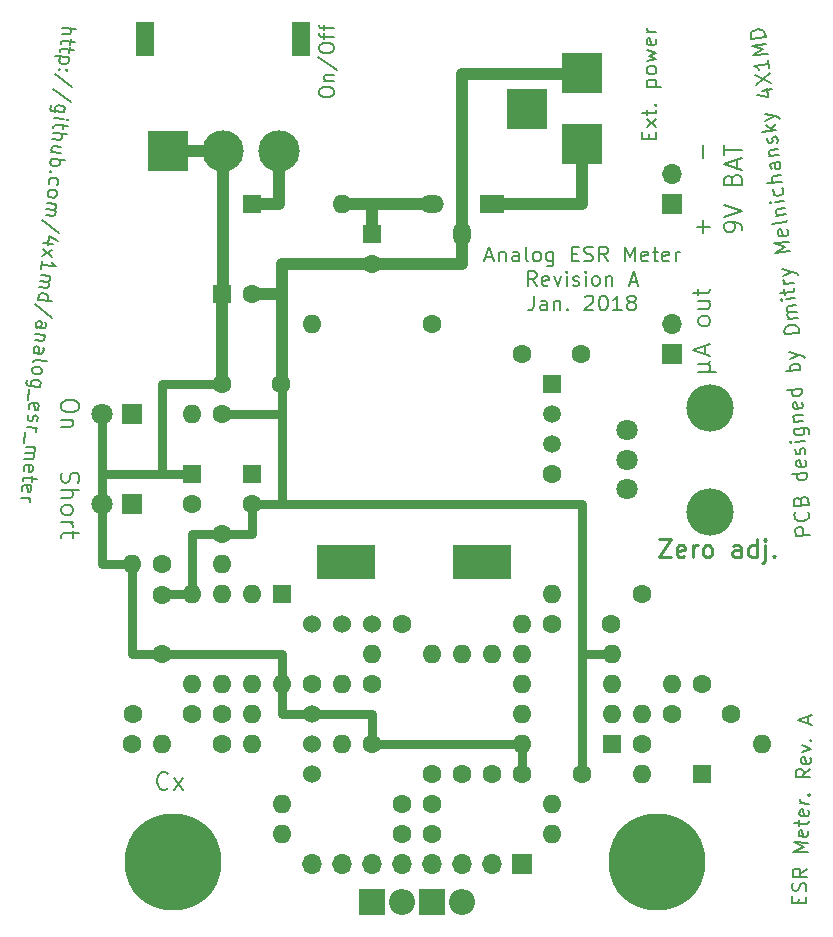
<source format=gbr>
G04 #@! TF.FileFunction,Copper,L1,Top,Signal*
%FSLAX46Y46*%
G04 Gerber Fmt 4.6, Leading zero omitted, Abs format (unit mm)*
G04 Created by KiCad (PCBNEW 4.0.7-e2-6376~58~ubuntu16.04.1) date Mon Jan 29 21:47:01 2018*
%MOMM*%
%LPD*%
G01*
G04 APERTURE LIST*
%ADD10C,0.100000*%
%ADD11C,0.250000*%
%ADD12C,0.200000*%
%ADD13C,1.600000*%
%ADD14O,1.600000X1.600000*%
%ADD15C,1.524000*%
%ADD16C,1.800000*%
%ADD17O,4.000000X4.000000*%
%ADD18R,1.600000X1.600000*%
%ADD19R,1.700000X1.700000*%
%ADD20O,1.700000X1.700000*%
%ADD21O,1.500000X2.000000*%
%ADD22R,2.000000X1.500000*%
%ADD23O,2.000000X1.500000*%
%ADD24C,1.520000*%
%ADD25R,1.520000X1.520000*%
%ADD26C,8.200000*%
%ADD27R,1.600000X2.850000*%
%ADD28R,3.500000X3.500000*%
%ADD29C,3.500000*%
%ADD30R,1.800000X1.800000*%
%ADD31R,5.000000X3.000000*%
%ADD32R,2.200000X2.200000*%
%ADD33O,2.200000X2.200000*%
%ADD34C,0.600000*%
%ADD35C,1.000000*%
%ADD36C,0.750000*%
%ADD37C,0.500000*%
G04 APERTURE END LIST*
D10*
D11*
X174141429Y-91888571D02*
X175141429Y-91888571D01*
X174141429Y-93388571D01*
X175141429Y-93388571D01*
X176284285Y-93317143D02*
X176141428Y-93388571D01*
X175855714Y-93388571D01*
X175712857Y-93317143D01*
X175641428Y-93174286D01*
X175641428Y-92602857D01*
X175712857Y-92460000D01*
X175855714Y-92388571D01*
X176141428Y-92388571D01*
X176284285Y-92460000D01*
X176355714Y-92602857D01*
X176355714Y-92745714D01*
X175641428Y-92888571D01*
X176998571Y-93388571D02*
X176998571Y-92388571D01*
X176998571Y-92674286D02*
X177069999Y-92531429D01*
X177141428Y-92460000D01*
X177284285Y-92388571D01*
X177427142Y-92388571D01*
X178141428Y-93388571D02*
X177998570Y-93317143D01*
X177927142Y-93245714D01*
X177855713Y-93102857D01*
X177855713Y-92674286D01*
X177927142Y-92531429D01*
X177998570Y-92460000D01*
X178141428Y-92388571D01*
X178355713Y-92388571D01*
X178498570Y-92460000D01*
X178569999Y-92531429D01*
X178641428Y-92674286D01*
X178641428Y-93102857D01*
X178569999Y-93245714D01*
X178498570Y-93317143D01*
X178355713Y-93388571D01*
X178141428Y-93388571D01*
X181069999Y-93388571D02*
X181069999Y-92602857D01*
X180998570Y-92460000D01*
X180855713Y-92388571D01*
X180569999Y-92388571D01*
X180427142Y-92460000D01*
X181069999Y-93317143D02*
X180927142Y-93388571D01*
X180569999Y-93388571D01*
X180427142Y-93317143D01*
X180355713Y-93174286D01*
X180355713Y-93031429D01*
X180427142Y-92888571D01*
X180569999Y-92817143D01*
X180927142Y-92817143D01*
X181069999Y-92745714D01*
X182427142Y-93388571D02*
X182427142Y-91888571D01*
X182427142Y-93317143D02*
X182284285Y-93388571D01*
X181998571Y-93388571D01*
X181855713Y-93317143D01*
X181784285Y-93245714D01*
X181712856Y-93102857D01*
X181712856Y-92674286D01*
X181784285Y-92531429D01*
X181855713Y-92460000D01*
X181998571Y-92388571D01*
X182284285Y-92388571D01*
X182427142Y-92460000D01*
X183141428Y-92388571D02*
X183141428Y-93674286D01*
X183069999Y-93817143D01*
X182927142Y-93888571D01*
X182855714Y-93888571D01*
X183141428Y-91888571D02*
X183069999Y-91960000D01*
X183141428Y-92031429D01*
X183212856Y-91960000D01*
X183141428Y-91888571D01*
X183141428Y-92031429D01*
X183855714Y-93245714D02*
X183927142Y-93317143D01*
X183855714Y-93388571D01*
X183784285Y-93317143D01*
X183855714Y-93245714D01*
X183855714Y-93388571D01*
D12*
X177907143Y-65976428D02*
X177907143Y-64833571D01*
X178478571Y-65405000D02*
X177335714Y-65405000D01*
X177907143Y-59626428D02*
X177907143Y-58483571D01*
X186024049Y-74364622D02*
X184782084Y-74506126D01*
X184748393Y-74210420D01*
X184787319Y-74026258D01*
X184892126Y-73894499D01*
X185003669Y-73821882D01*
X185233495Y-73735787D01*
X185410919Y-73715572D01*
X185654222Y-73747760D01*
X185779243Y-73793425D01*
X185911001Y-73898230D01*
X185990358Y-74068916D01*
X186024049Y-74364622D01*
X185882545Y-73122657D02*
X185054569Y-73216993D01*
X185172851Y-73203517D02*
X185106972Y-73151114D01*
X185034354Y-73039570D01*
X185014139Y-72862146D01*
X185059804Y-72737125D01*
X185171347Y-72664508D01*
X185821901Y-72590387D01*
X185171347Y-72664508D02*
X185046327Y-72618843D01*
X184973709Y-72507299D01*
X184953495Y-72329876D01*
X184999159Y-72204855D01*
X185110703Y-72132237D01*
X185761256Y-72058116D01*
X185693873Y-71466704D02*
X184865897Y-71561040D01*
X184451908Y-71608208D02*
X184517788Y-71660611D01*
X184570191Y-71594731D01*
X184504311Y-71542328D01*
X184451908Y-71608208D01*
X184570191Y-71594731D01*
X184818729Y-71147051D02*
X184764823Y-70673922D01*
X184384525Y-71016796D02*
X185449067Y-70895507D01*
X185560611Y-70822889D01*
X185606275Y-70697869D01*
X185592799Y-70579586D01*
X185545631Y-70165598D02*
X184717655Y-70259934D01*
X184954219Y-70232981D02*
X184829198Y-70187316D01*
X184763319Y-70134913D01*
X184690701Y-70023369D01*
X184677225Y-69905086D01*
X184643533Y-69609381D02*
X185437818Y-69219339D01*
X184576150Y-69017968D02*
X185437818Y-69219339D01*
X185747001Y-69303929D01*
X185812880Y-69356332D01*
X185885498Y-69467877D01*
X185242408Y-67504244D02*
X184000443Y-67645748D01*
X184840393Y-67130685D01*
X183906107Y-66817772D01*
X185148072Y-66676268D01*
X184967641Y-65618464D02*
X185040259Y-65730009D01*
X185067212Y-65966573D01*
X185021548Y-66091594D01*
X184910004Y-66164212D01*
X184436874Y-66218119D01*
X184311854Y-66172454D01*
X184239236Y-66060909D01*
X184212283Y-65824345D01*
X184257948Y-65699324D01*
X184369491Y-65626707D01*
X184487774Y-65613230D01*
X184673440Y-66191165D01*
X184939185Y-64842891D02*
X184893520Y-64967911D01*
X184781977Y-65040529D01*
X183717435Y-65161818D01*
X184057302Y-64464097D02*
X184885279Y-64369761D01*
X184175584Y-64450621D02*
X184109705Y-64398217D01*
X184037088Y-64286674D01*
X184016873Y-64109250D01*
X184062537Y-63984229D01*
X184174081Y-63911612D01*
X184824634Y-63837491D01*
X184757251Y-63246079D02*
X183929275Y-63340415D01*
X183515286Y-63387583D02*
X183581166Y-63439986D01*
X183633569Y-63374107D01*
X183567689Y-63321703D01*
X183515286Y-63387583D01*
X183633569Y-63374107D01*
X184570082Y-62129135D02*
X184642700Y-62240679D01*
X184669654Y-62477244D01*
X184623989Y-62602264D01*
X184571587Y-62668144D01*
X184460042Y-62740762D01*
X184105195Y-62781192D01*
X183980174Y-62735527D01*
X183914295Y-62683124D01*
X183841677Y-62571580D01*
X183814724Y-62335015D01*
X183860389Y-62209995D01*
X184568579Y-61590126D02*
X183326614Y-61731630D01*
X184507935Y-61057855D02*
X183857381Y-61131976D01*
X183745838Y-61204593D01*
X183700173Y-61329614D01*
X183720388Y-61507039D01*
X183793006Y-61618582D01*
X183858885Y-61670985D01*
X184379907Y-59934173D02*
X183729354Y-60008294D01*
X183617811Y-60080911D01*
X183572146Y-60205932D01*
X183599099Y-60442497D01*
X183671717Y-60554041D01*
X184320766Y-59940912D02*
X184393384Y-60052455D01*
X184427075Y-60348161D01*
X184381410Y-60473182D01*
X184269867Y-60545800D01*
X184151584Y-60559276D01*
X184026564Y-60513612D01*
X183953946Y-60402067D01*
X183920255Y-60106361D01*
X183847637Y-59994818D01*
X183484548Y-59437098D02*
X184312524Y-59342762D01*
X183602830Y-59423621D02*
X183536951Y-59371218D01*
X183464333Y-59259674D01*
X183444118Y-59082250D01*
X183489783Y-58957229D01*
X183601327Y-58884612D01*
X184251880Y-58810491D01*
X184132094Y-58284959D02*
X184177759Y-58159938D01*
X184150805Y-57923374D01*
X184078188Y-57811829D01*
X183953167Y-57766164D01*
X183894026Y-57772903D01*
X183782482Y-57845521D01*
X183736818Y-57970542D01*
X183757033Y-58147965D01*
X183711368Y-58272986D01*
X183599824Y-58345604D01*
X183540682Y-58352342D01*
X183415662Y-58306677D01*
X183343044Y-58195133D01*
X183322829Y-58017710D01*
X183368494Y-57892689D01*
X184069946Y-57213679D02*
X182827981Y-57355183D01*
X183583340Y-57149303D02*
X184016040Y-56740549D01*
X183188063Y-56834885D02*
X183715099Y-57254109D01*
X183140896Y-56420898D02*
X183935180Y-56030856D01*
X183073513Y-55829485D02*
X183935180Y-56030856D01*
X184244363Y-56115446D01*
X184310242Y-56167849D01*
X184382860Y-56279393D01*
X182851149Y-53877826D02*
X183679125Y-53783491D01*
X182411711Y-54227439D02*
X183332521Y-54422070D01*
X183244923Y-53653234D01*
X182376516Y-53392724D02*
X183524145Y-52423243D01*
X182282180Y-52564747D02*
X183618481Y-53251220D01*
X183396117Y-51299561D02*
X183476977Y-52009255D01*
X183436547Y-51654408D02*
X182194582Y-51795912D01*
X182385483Y-51893980D01*
X182517241Y-51998785D01*
X182589859Y-52110330D01*
X183335473Y-50767291D02*
X182093508Y-50908795D01*
X182933458Y-50393732D01*
X181999172Y-50080818D01*
X183241137Y-49939314D01*
X183173754Y-49347903D02*
X181931789Y-49489407D01*
X181898098Y-49193701D01*
X181937024Y-49009538D01*
X182041830Y-48877780D01*
X182153374Y-48805162D01*
X182383200Y-48719068D01*
X182560624Y-48698853D01*
X182803927Y-48731041D01*
X182928948Y-48776706D01*
X183060706Y-48881511D01*
X183140063Y-49052197D01*
X183173754Y-49347903D01*
X185939131Y-122685919D02*
X185953091Y-122286163D01*
X186587261Y-122136775D02*
X186567319Y-122707856D01*
X185368050Y-122665976D01*
X185387992Y-122094895D01*
X186546107Y-121677917D02*
X186609198Y-121508587D01*
X186619170Y-121223047D01*
X186566050Y-121106836D01*
X186510936Y-121047734D01*
X186398715Y-120986637D01*
X186284498Y-120982648D01*
X186168288Y-121035768D01*
X186109185Y-121090882D01*
X186048090Y-121203104D01*
X185983004Y-121429542D01*
X185921908Y-121541764D01*
X185862805Y-121596878D01*
X185746595Y-121649997D01*
X185632379Y-121646009D01*
X185520157Y-121584912D01*
X185465043Y-121525810D01*
X185411924Y-121409599D01*
X185421895Y-121124059D01*
X185484986Y-120954729D01*
X186669026Y-119795345D02*
X186083986Y-120175159D01*
X186645095Y-120480642D02*
X185445826Y-120438763D01*
X185461780Y-119981898D01*
X185522877Y-119869676D01*
X185581979Y-119814562D01*
X185698190Y-119761443D01*
X185869513Y-119767425D01*
X185981735Y-119828522D01*
X186036849Y-119887625D01*
X186089969Y-120003835D01*
X186074015Y-120460700D01*
X186718882Y-118367644D02*
X185519613Y-118325765D01*
X186390194Y-117955922D01*
X185547533Y-117526252D01*
X186746802Y-117568132D01*
X186725590Y-116538192D02*
X186778710Y-116654403D01*
X186770733Y-116882834D01*
X186709636Y-116995056D01*
X186593427Y-117048176D01*
X186136562Y-117032222D01*
X186024340Y-116971125D01*
X185971220Y-116854915D01*
X185979197Y-116626483D01*
X186040294Y-116514261D01*
X186156505Y-116461141D01*
X186270720Y-116465130D01*
X186364994Y-117040199D01*
X185997146Y-116112510D02*
X186013100Y-115655646D01*
X185603372Y-115927227D02*
X186631318Y-115963123D01*
X186747527Y-115910004D01*
X186808624Y-115797782D01*
X186812612Y-115683565D01*
X186785418Y-114824951D02*
X186838538Y-114941162D01*
X186830561Y-115169594D01*
X186769464Y-115281816D01*
X186653254Y-115334935D01*
X186196390Y-115318981D01*
X186084168Y-115257885D01*
X186031048Y-115141674D01*
X186039025Y-114913242D01*
X186100122Y-114801020D01*
X186216332Y-114747900D01*
X186330548Y-114751889D01*
X186424822Y-115326958D01*
X186862469Y-114255866D02*
X186062956Y-114227946D01*
X186291389Y-114235923D02*
X186179167Y-114174826D01*
X186124053Y-114115724D01*
X186070933Y-113999513D01*
X186074922Y-113885298D01*
X186774178Y-113509473D02*
X186833280Y-113454359D01*
X186888394Y-113513461D01*
X186829292Y-113568575D01*
X186774178Y-113509473D01*
X186888394Y-113513461D01*
X186964176Y-111343354D02*
X186379136Y-111723168D01*
X186940245Y-112028651D02*
X185740976Y-111986772D01*
X185756930Y-111529907D01*
X185818027Y-111417685D01*
X185877129Y-111362571D01*
X185993340Y-111309451D01*
X186164663Y-111315434D01*
X186276885Y-111376531D01*
X186331999Y-111435633D01*
X186385119Y-111551844D01*
X186369165Y-112008709D01*
X186940970Y-110370523D02*
X186994090Y-110486734D01*
X186986113Y-110715166D01*
X186925016Y-110827388D01*
X186808806Y-110880508D01*
X186351942Y-110864554D01*
X186239720Y-110803457D01*
X186186600Y-110687246D01*
X186194577Y-110458814D01*
X186255674Y-110346592D01*
X186371885Y-110293473D01*
X186486100Y-110297461D01*
X186580374Y-110872531D01*
X186214520Y-109887733D02*
X187024004Y-109630113D01*
X186234462Y-109316654D01*
X186935713Y-108883720D02*
X186994815Y-108828606D01*
X187049929Y-108887709D01*
X186990827Y-108942823D01*
X186935713Y-108883720D01*
X187049929Y-108887709D01*
X186757137Y-107448041D02*
X186777080Y-106876960D01*
X187095797Y-107574222D02*
X185910488Y-107132587D01*
X187123717Y-106774710D01*
X123607304Y-48551869D02*
X124802737Y-48656456D01*
X123562481Y-49064198D02*
X124188660Y-49118982D01*
X124307491Y-49072017D01*
X124374378Y-48963146D01*
X124389318Y-48792371D01*
X124342354Y-48673539D01*
X124290408Y-48611633D01*
X124324574Y-49532401D02*
X124284732Y-49987804D01*
X124708111Y-49738039D02*
X123683453Y-49648393D01*
X123564623Y-49695358D01*
X123497737Y-49804229D01*
X123487776Y-49918080D01*
X124264810Y-50215505D02*
X124224968Y-50670909D01*
X124648347Y-50421143D02*
X123623689Y-50331497D01*
X123504859Y-50378462D01*
X123437973Y-50487333D01*
X123428012Y-50601184D01*
X124190105Y-51069386D02*
X122994672Y-50964799D01*
X124133180Y-51064405D02*
X124180145Y-51183237D01*
X124160224Y-51410938D01*
X124093337Y-51519809D01*
X124031431Y-51571754D01*
X123912600Y-51618719D01*
X123571048Y-51588837D01*
X123462178Y-51521951D01*
X123410233Y-51460045D01*
X123363268Y-51341214D01*
X123383189Y-51113512D01*
X123450075Y-51004642D01*
X123412375Y-52091204D02*
X123350469Y-52143150D01*
X123298524Y-52081244D01*
X123360429Y-52029299D01*
X123412375Y-52091204D01*
X123298524Y-52081244D01*
X124038554Y-52145988D02*
X123976648Y-52197933D01*
X123924703Y-52136027D01*
X123986609Y-52084082D01*
X124038554Y-52145988D01*
X123924703Y-52136027D01*
X124426374Y-53613947D02*
X122979034Y-52454821D01*
X124316807Y-54866306D02*
X122869467Y-53707180D01*
X123781719Y-55737270D02*
X122813986Y-55652605D01*
X122705116Y-55585718D01*
X122653171Y-55523813D01*
X122606206Y-55404982D01*
X122621147Y-55234205D01*
X122688033Y-55125335D01*
X123041688Y-55672526D02*
X122994723Y-55553695D01*
X123014645Y-55325993D01*
X123081531Y-55217123D01*
X123143437Y-55165177D01*
X123262267Y-55118212D01*
X123603820Y-55148094D01*
X123712690Y-55214981D01*
X123764636Y-55276886D01*
X123811600Y-55395718D01*
X123791679Y-55623419D01*
X123724793Y-55732290D01*
X122934960Y-56236799D02*
X123731915Y-56306524D01*
X124130393Y-56341386D02*
X124078448Y-56279480D01*
X124016542Y-56331425D01*
X124068487Y-56393331D01*
X124130393Y-56341386D01*
X124016542Y-56331425D01*
X123697053Y-56705003D02*
X123657210Y-57160406D01*
X124080590Y-56910641D02*
X123055932Y-56820995D01*
X122937101Y-56867960D01*
X122870215Y-56976830D01*
X122860254Y-57090681D01*
X122825392Y-57489158D02*
X124020826Y-57593745D01*
X122780569Y-58001487D02*
X123406748Y-58056271D01*
X123525580Y-58009306D01*
X123592466Y-57900435D01*
X123607407Y-57729660D01*
X123560442Y-57610828D01*
X123508497Y-57548922D01*
X123482899Y-59152794D02*
X122685943Y-59083070D01*
X123527722Y-58640466D02*
X122901542Y-58585682D01*
X122782711Y-58632647D01*
X122715825Y-58741518D01*
X122700884Y-58912293D01*
X122747849Y-59031125D01*
X122799794Y-59093031D01*
X122636140Y-59652323D02*
X123831574Y-59756910D01*
X123376170Y-59717068D02*
X123423135Y-59835899D01*
X123403214Y-60063600D01*
X123336327Y-60172471D01*
X123274422Y-60224416D01*
X123155590Y-60271381D01*
X122814038Y-60241499D01*
X122705168Y-60174613D01*
X122653223Y-60112707D01*
X122606258Y-59993876D01*
X122626179Y-59766175D01*
X122693065Y-59657304D01*
X122655365Y-60743867D02*
X122593459Y-60795812D01*
X122541514Y-60733906D01*
X122603420Y-60681961D01*
X122655365Y-60743867D01*
X122541514Y-60733906D01*
X122503813Y-61820470D02*
X122456848Y-61701638D01*
X122476769Y-61473937D01*
X122543656Y-61365066D01*
X122605561Y-61313121D01*
X122724392Y-61266156D01*
X123065944Y-61296038D01*
X123174815Y-61362924D01*
X123226760Y-61424830D01*
X123273725Y-61543662D01*
X123253804Y-61771363D01*
X123186918Y-61880234D01*
X122387123Y-62498594D02*
X122454010Y-62389723D01*
X122515916Y-62337778D01*
X122634746Y-62290813D01*
X122976298Y-62320695D01*
X123085169Y-62387581D01*
X123137114Y-62449487D01*
X123184079Y-62568319D01*
X123169138Y-62739094D01*
X123102252Y-62847965D01*
X123040346Y-62899910D01*
X122921515Y-62946875D01*
X122579962Y-62916993D01*
X122471093Y-62850107D01*
X122419147Y-62788201D01*
X122372183Y-62669370D01*
X122387123Y-62498594D01*
X122307438Y-63409400D02*
X123104394Y-63479125D01*
X122990543Y-63469164D02*
X123042488Y-63531070D01*
X123089453Y-63649901D01*
X123074512Y-63820677D01*
X123007626Y-63929548D01*
X122888794Y-63976513D01*
X122262615Y-63921729D01*
X122888794Y-63976513D02*
X122997665Y-64043399D01*
X123044630Y-64162230D01*
X123029689Y-64333006D01*
X122962803Y-64441877D01*
X122843971Y-64488842D01*
X122217792Y-64434058D01*
X123345643Y-65966760D02*
X121898303Y-64807634D01*
X122810555Y-66837724D02*
X122013599Y-66768000D01*
X123290860Y-66592940D02*
X122461880Y-66233607D01*
X122397136Y-66973639D01*
X121968776Y-67280329D02*
X122710948Y-67976232D01*
X122765732Y-67350053D02*
X121913992Y-67906508D01*
X121819366Y-68988091D02*
X121879130Y-68304986D01*
X121849248Y-68646539D02*
X123044682Y-68751126D01*
X122883866Y-68622334D01*
X122779976Y-68498522D01*
X122733011Y-68379691D01*
X121774543Y-69500419D02*
X122571499Y-69570144D01*
X122457648Y-69560183D02*
X122509593Y-69622089D01*
X122556558Y-69740921D01*
X122541617Y-69911696D01*
X122474731Y-70020567D01*
X122355899Y-70067532D01*
X121729720Y-70012748D01*
X122355899Y-70067532D02*
X122464770Y-70134418D01*
X122511735Y-70253250D01*
X122496794Y-70424025D01*
X122429908Y-70532896D01*
X122311076Y-70579861D01*
X121684897Y-70525077D01*
X121590271Y-71606660D02*
X122785705Y-71711247D01*
X121647197Y-71611640D02*
X121600232Y-71492809D01*
X121620153Y-71265107D01*
X121687039Y-71156237D01*
X121748945Y-71104292D01*
X121867775Y-71057327D01*
X122209328Y-71087209D01*
X122318199Y-71154095D01*
X122370144Y-71216001D01*
X122417109Y-71334832D01*
X122397187Y-71562533D01*
X122330301Y-71671404D01*
X122718122Y-73139362D02*
X121270782Y-71980236D01*
X121386078Y-73940602D02*
X122012257Y-73995385D01*
X122131088Y-73948420D01*
X122197974Y-73839549D01*
X122217896Y-73611848D01*
X122170931Y-73493017D01*
X121443003Y-73945582D02*
X121396038Y-73826750D01*
X121420940Y-73542124D01*
X121487826Y-73433253D01*
X121606656Y-73386288D01*
X121720508Y-73396249D01*
X121829378Y-73463135D01*
X121876343Y-73581966D01*
X121851442Y-73866593D01*
X121898406Y-73985425D01*
X122133230Y-74579580D02*
X121336274Y-74509855D01*
X122019379Y-74569619D02*
X122071324Y-74631525D01*
X122118289Y-74750356D01*
X122103348Y-74921132D01*
X122036462Y-75030003D01*
X121917630Y-75076968D01*
X121291451Y-75022184D01*
X121196825Y-76103767D02*
X121823004Y-76158550D01*
X121941836Y-76111585D01*
X122008722Y-76002715D01*
X122028643Y-75775013D01*
X121981678Y-75656182D01*
X121253751Y-76108747D02*
X121206786Y-75989915D01*
X121231687Y-75705289D01*
X121298574Y-75596418D01*
X121417404Y-75549453D01*
X121531255Y-75559414D01*
X121640126Y-75626300D01*
X121687091Y-75745131D01*
X121662189Y-76029758D01*
X121709154Y-76148590D01*
X121132081Y-76843797D02*
X121198967Y-76734926D01*
X121317798Y-76687961D01*
X122342455Y-76777607D01*
X121077297Y-77469976D02*
X121144183Y-77361105D01*
X121206089Y-77309160D01*
X121324920Y-77262195D01*
X121666472Y-77292077D01*
X121775343Y-77358963D01*
X121827288Y-77420869D01*
X121874253Y-77539700D01*
X121859312Y-77710476D01*
X121792426Y-77819347D01*
X121730520Y-77871292D01*
X121611689Y-77918257D01*
X121270136Y-77888375D01*
X121161266Y-77821489D01*
X121109321Y-77759583D01*
X121062356Y-77640752D01*
X121077297Y-77469976D01*
X121749745Y-78962835D02*
X120782012Y-78878170D01*
X120673143Y-78811284D01*
X120621197Y-78749378D01*
X120574232Y-78630547D01*
X120589174Y-78459771D01*
X120656060Y-78350900D01*
X121009715Y-78898091D02*
X120962750Y-78779260D01*
X120982671Y-78551558D01*
X121049557Y-78442688D01*
X121111463Y-78390742D01*
X121230294Y-78343777D01*
X121571846Y-78373659D01*
X121680717Y-78440546D01*
X121732662Y-78502452D01*
X121779627Y-78621283D01*
X121759706Y-78848984D01*
X121692819Y-78957855D01*
X120814036Y-79167777D02*
X120734351Y-80078584D01*
X120840384Y-80833555D02*
X120793419Y-80714723D01*
X120813340Y-80487022D01*
X120880226Y-80378152D01*
X120999057Y-80331187D01*
X121454460Y-80371029D01*
X121563331Y-80437915D01*
X121610296Y-80556747D01*
X121590374Y-80784448D01*
X121523488Y-80893319D01*
X121404657Y-80940284D01*
X121290807Y-80930323D01*
X121226759Y-80351108D01*
X120795561Y-81345883D02*
X120728674Y-81454754D01*
X120708753Y-81682456D01*
X120755718Y-81801286D01*
X120864588Y-81868173D01*
X120921513Y-81873153D01*
X121040345Y-81826188D01*
X121107231Y-81717318D01*
X121122172Y-81546542D01*
X121189058Y-81437671D01*
X121307889Y-81390706D01*
X121364814Y-81395686D01*
X121473685Y-81462572D01*
X121520650Y-81581404D01*
X121505709Y-81752181D01*
X121438823Y-81861050D01*
X120648989Y-82365561D02*
X121445945Y-82435285D01*
X121218243Y-82415364D02*
X121327113Y-82482250D01*
X121379059Y-82544156D01*
X121426024Y-82662987D01*
X121416063Y-82776837D01*
X120495295Y-82811003D02*
X120415610Y-83721810D01*
X120504560Y-84016398D02*
X121301515Y-84086122D01*
X121187664Y-84076162D02*
X121239609Y-84138067D01*
X121286574Y-84256899D01*
X121271633Y-84427675D01*
X121204747Y-84536545D01*
X121085916Y-84583510D01*
X120459737Y-84528727D01*
X121085916Y-84583510D02*
X121194786Y-84650396D01*
X121241751Y-84769228D01*
X121226810Y-84940004D01*
X121159924Y-85048874D01*
X121041093Y-85095839D01*
X120414914Y-85041056D01*
X120382193Y-86070693D02*
X120335228Y-85951861D01*
X120355150Y-85724160D01*
X120422036Y-85615289D01*
X120540866Y-85568325D01*
X120996270Y-85608167D01*
X121105141Y-85675053D01*
X121152105Y-85793885D01*
X121132184Y-86021586D01*
X121065298Y-86130457D01*
X120946467Y-86177422D01*
X120832616Y-86167461D01*
X120768569Y-85588246D01*
X121087361Y-86533915D02*
X121047519Y-86989318D01*
X121470898Y-86739553D02*
X120446240Y-86649907D01*
X120327410Y-86696872D01*
X120260523Y-86805743D01*
X120250563Y-86919594D01*
X120232784Y-87778455D02*
X120185819Y-87659623D01*
X120205740Y-87431922D01*
X120272626Y-87323051D01*
X120391457Y-87276086D01*
X120846860Y-87315929D01*
X120955731Y-87382815D01*
X121002696Y-87501646D01*
X120982774Y-87729348D01*
X120915888Y-87838218D01*
X120797057Y-87885183D01*
X120683207Y-87875223D01*
X120619159Y-87296008D01*
X120126055Y-88342728D02*
X120923010Y-88412452D01*
X120695308Y-88392531D02*
X120804179Y-88459417D01*
X120856124Y-88521323D01*
X120903089Y-88640155D01*
X120893129Y-88754005D01*
X186963004Y-91479434D02*
X185715335Y-91555745D01*
X185686264Y-91080442D01*
X185738410Y-90957983D01*
X185794189Y-90894936D01*
X185909380Y-90828256D01*
X186087619Y-90817354D01*
X186210078Y-90869499D01*
X186273125Y-90925278D01*
X186339805Y-91040470D01*
X186368876Y-91515772D01*
X186724262Y-89526079D02*
X186787308Y-89581859D01*
X186857622Y-89756463D01*
X186864890Y-89875289D01*
X186816379Y-90057161D01*
X186704821Y-90183254D01*
X186589629Y-90249935D01*
X186355612Y-90323883D01*
X186177373Y-90334785D01*
X185936088Y-90289907D01*
X185813630Y-90237762D01*
X185687536Y-90126204D01*
X185617222Y-89951599D01*
X185609954Y-89832773D01*
X185658465Y-89650902D01*
X185714244Y-89587855D01*
X186131405Y-88608179D02*
X186179916Y-88426308D01*
X186235695Y-88363261D01*
X186350887Y-88296580D01*
X186529125Y-88285679D01*
X186651585Y-88337824D01*
X186714631Y-88393603D01*
X186781312Y-88508794D01*
X186810382Y-88984097D01*
X185562714Y-89060408D01*
X185537277Y-88644518D01*
X185589422Y-88522059D01*
X185645201Y-88459012D01*
X185760393Y-88392332D01*
X185879218Y-88385064D01*
X186001678Y-88437209D01*
X186064724Y-88492988D01*
X186131405Y-88608179D01*
X186156842Y-89024069D01*
X186643226Y-86251109D02*
X185395557Y-86327420D01*
X186583813Y-86254743D02*
X186650493Y-86369934D01*
X186665029Y-86607586D01*
X186612883Y-86730045D01*
X186557105Y-86793091D01*
X186441913Y-86859772D01*
X186085436Y-86881575D01*
X185962977Y-86829430D01*
X185899931Y-86773651D01*
X185833250Y-86658460D01*
X185818715Y-86420808D01*
X185870860Y-86298349D01*
X186518404Y-85185312D02*
X186585084Y-85300504D01*
X186599620Y-85538155D01*
X186547474Y-85660615D01*
X186432283Y-85727296D01*
X185956980Y-85756367D01*
X185834522Y-85704221D01*
X185767841Y-85589029D01*
X185753306Y-85351378D01*
X185805451Y-85228918D01*
X185920642Y-85162239D01*
X186039468Y-85154971D01*
X186194632Y-85741831D01*
X186485699Y-84650598D02*
X186537844Y-84528138D01*
X186523309Y-84290487D01*
X186456628Y-84175295D01*
X186334169Y-84123149D01*
X186274756Y-84126783D01*
X186159564Y-84193464D01*
X186107420Y-84315924D01*
X186118322Y-84494162D01*
X186066176Y-84616621D01*
X185950984Y-84683302D01*
X185891571Y-84686936D01*
X185769112Y-84634791D01*
X185702432Y-84519599D01*
X185691530Y-84341361D01*
X185743676Y-84218901D01*
X186479703Y-83577533D02*
X185647924Y-83628407D01*
X185232034Y-83653844D02*
X185295081Y-83709623D01*
X185350860Y-83646576D01*
X185287813Y-83590797D01*
X185232034Y-83653844D01*
X185350860Y-83646576D01*
X185578881Y-82499564D02*
X186588899Y-82437789D01*
X186711357Y-82489933D01*
X186774404Y-82545712D01*
X186841085Y-82660905D01*
X186851987Y-82839142D01*
X186799841Y-82961602D01*
X186351247Y-82452324D02*
X186417927Y-82567516D01*
X186432463Y-82805167D01*
X186380318Y-82927626D01*
X186324539Y-82990673D01*
X186209347Y-83057354D01*
X185852870Y-83079157D01*
X185730411Y-83027011D01*
X185667365Y-82971232D01*
X185600684Y-82856041D01*
X185586149Y-82618389D01*
X185638294Y-82495930D01*
X185542543Y-81905437D02*
X186374321Y-81854563D01*
X185661368Y-81898169D02*
X185598322Y-81842390D01*
X185531641Y-81727199D01*
X185520740Y-81548960D01*
X185572885Y-81426500D01*
X185688076Y-81359820D01*
X186341617Y-81319848D01*
X186216795Y-80254051D02*
X186283475Y-80369243D01*
X186298011Y-80606894D01*
X186245865Y-80729354D01*
X186130674Y-80796035D01*
X185655372Y-80825105D01*
X185532913Y-80772960D01*
X185466232Y-80657768D01*
X185451697Y-80420117D01*
X185503842Y-80297657D01*
X185619033Y-80230978D01*
X185737859Y-80223710D01*
X185893023Y-80810570D01*
X186207165Y-79121575D02*
X184959496Y-79197886D01*
X186147752Y-79125209D02*
X186214432Y-79240400D01*
X186228968Y-79478052D01*
X186176822Y-79600511D01*
X186121044Y-79663557D01*
X186005852Y-79730238D01*
X185649375Y-79752041D01*
X185526916Y-79699896D01*
X185463870Y-79644117D01*
X185397189Y-79528926D01*
X185382654Y-79291274D01*
X185434799Y-79168815D01*
X186112685Y-77576843D02*
X184865016Y-77653153D01*
X185340319Y-77624082D02*
X185273638Y-77508890D01*
X185259103Y-77271239D01*
X185311248Y-77148780D01*
X185367027Y-77085734D01*
X185482219Y-77019053D01*
X185838696Y-76997250D01*
X185961155Y-77049395D01*
X186024201Y-77105174D01*
X186090882Y-77220366D01*
X186105417Y-77458017D01*
X186053272Y-77580476D01*
X185219131Y-76617700D02*
X186032740Y-76269762D01*
X185182792Y-76023571D02*
X186032740Y-76269762D01*
X186337072Y-76370418D01*
X186400119Y-76426197D01*
X186466799Y-76541389D01*
X159485238Y-67983333D02*
X160080476Y-67983333D01*
X159366191Y-68340476D02*
X159782857Y-67090476D01*
X160199524Y-68340476D01*
X160616191Y-67507143D02*
X160616191Y-68340476D01*
X160616191Y-67626190D02*
X160675715Y-67566667D01*
X160794762Y-67507143D01*
X160973334Y-67507143D01*
X161092382Y-67566667D01*
X161151905Y-67685714D01*
X161151905Y-68340476D01*
X162282857Y-68340476D02*
X162282857Y-67685714D01*
X162223334Y-67566667D01*
X162104286Y-67507143D01*
X161866191Y-67507143D01*
X161747143Y-67566667D01*
X162282857Y-68280952D02*
X162163810Y-68340476D01*
X161866191Y-68340476D01*
X161747143Y-68280952D01*
X161687619Y-68161905D01*
X161687619Y-68042857D01*
X161747143Y-67923810D01*
X161866191Y-67864286D01*
X162163810Y-67864286D01*
X162282857Y-67804762D01*
X163056666Y-68340476D02*
X162937619Y-68280952D01*
X162878095Y-68161905D01*
X162878095Y-67090476D01*
X163711428Y-68340476D02*
X163592381Y-68280952D01*
X163532857Y-68221429D01*
X163473333Y-68102381D01*
X163473333Y-67745238D01*
X163532857Y-67626190D01*
X163592381Y-67566667D01*
X163711428Y-67507143D01*
X163890000Y-67507143D01*
X164009048Y-67566667D01*
X164068571Y-67626190D01*
X164128095Y-67745238D01*
X164128095Y-68102381D01*
X164068571Y-68221429D01*
X164009048Y-68280952D01*
X163890000Y-68340476D01*
X163711428Y-68340476D01*
X165199523Y-67507143D02*
X165199523Y-68519048D01*
X165140000Y-68638095D01*
X165080476Y-68697619D01*
X164961428Y-68757143D01*
X164782857Y-68757143D01*
X164663809Y-68697619D01*
X165199523Y-68280952D02*
X165080476Y-68340476D01*
X164842380Y-68340476D01*
X164723333Y-68280952D01*
X164663809Y-68221429D01*
X164604285Y-68102381D01*
X164604285Y-67745238D01*
X164663809Y-67626190D01*
X164723333Y-67566667D01*
X164842380Y-67507143D01*
X165080476Y-67507143D01*
X165199523Y-67566667D01*
X166747142Y-67685714D02*
X167163809Y-67685714D01*
X167342380Y-68340476D02*
X166747142Y-68340476D01*
X166747142Y-67090476D01*
X167342380Y-67090476D01*
X167818570Y-68280952D02*
X167997142Y-68340476D01*
X168294761Y-68340476D01*
X168413808Y-68280952D01*
X168473332Y-68221429D01*
X168532856Y-68102381D01*
X168532856Y-67983333D01*
X168473332Y-67864286D01*
X168413808Y-67804762D01*
X168294761Y-67745238D01*
X168056665Y-67685714D01*
X167937618Y-67626190D01*
X167878094Y-67566667D01*
X167818570Y-67447619D01*
X167818570Y-67328571D01*
X167878094Y-67209524D01*
X167937618Y-67150000D01*
X168056665Y-67090476D01*
X168354285Y-67090476D01*
X168532856Y-67150000D01*
X169782856Y-68340476D02*
X169366189Y-67745238D01*
X169068570Y-68340476D02*
X169068570Y-67090476D01*
X169544761Y-67090476D01*
X169663808Y-67150000D01*
X169723332Y-67209524D01*
X169782856Y-67328571D01*
X169782856Y-67507143D01*
X169723332Y-67626190D01*
X169663808Y-67685714D01*
X169544761Y-67745238D01*
X169068570Y-67745238D01*
X171270951Y-68340476D02*
X171270951Y-67090476D01*
X171687618Y-67983333D01*
X172104284Y-67090476D01*
X172104284Y-68340476D01*
X173175713Y-68280952D02*
X173056665Y-68340476D01*
X172818570Y-68340476D01*
X172699522Y-68280952D01*
X172639998Y-68161905D01*
X172639998Y-67685714D01*
X172699522Y-67566667D01*
X172818570Y-67507143D01*
X173056665Y-67507143D01*
X173175713Y-67566667D01*
X173235236Y-67685714D01*
X173235236Y-67804762D01*
X172639998Y-67923810D01*
X173592380Y-67507143D02*
X174068570Y-67507143D01*
X173770951Y-67090476D02*
X173770951Y-68161905D01*
X173830475Y-68280952D01*
X173949522Y-68340476D01*
X174068570Y-68340476D01*
X174961428Y-68280952D02*
X174842380Y-68340476D01*
X174604285Y-68340476D01*
X174485237Y-68280952D01*
X174425713Y-68161905D01*
X174425713Y-67685714D01*
X174485237Y-67566667D01*
X174604285Y-67507143D01*
X174842380Y-67507143D01*
X174961428Y-67566667D01*
X175020951Y-67685714D01*
X175020951Y-67804762D01*
X174425713Y-67923810D01*
X175556666Y-68340476D02*
X175556666Y-67507143D01*
X175556666Y-67745238D02*
X175616190Y-67626190D01*
X175675714Y-67566667D01*
X175794761Y-67507143D01*
X175913809Y-67507143D01*
X163770953Y-70415476D02*
X163354286Y-69820238D01*
X163056667Y-70415476D02*
X163056667Y-69165476D01*
X163532858Y-69165476D01*
X163651905Y-69225000D01*
X163711429Y-69284524D01*
X163770953Y-69403571D01*
X163770953Y-69582143D01*
X163711429Y-69701190D01*
X163651905Y-69760714D01*
X163532858Y-69820238D01*
X163056667Y-69820238D01*
X164782858Y-70355952D02*
X164663810Y-70415476D01*
X164425715Y-70415476D01*
X164306667Y-70355952D01*
X164247143Y-70236905D01*
X164247143Y-69760714D01*
X164306667Y-69641667D01*
X164425715Y-69582143D01*
X164663810Y-69582143D01*
X164782858Y-69641667D01*
X164842381Y-69760714D01*
X164842381Y-69879762D01*
X164247143Y-69998810D01*
X165259048Y-69582143D02*
X165556667Y-70415476D01*
X165854287Y-69582143D01*
X166330477Y-70415476D02*
X166330477Y-69582143D01*
X166330477Y-69165476D02*
X166270953Y-69225000D01*
X166330477Y-69284524D01*
X166390001Y-69225000D01*
X166330477Y-69165476D01*
X166330477Y-69284524D01*
X166866191Y-70355952D02*
X166985239Y-70415476D01*
X167223334Y-70415476D01*
X167342382Y-70355952D01*
X167401906Y-70236905D01*
X167401906Y-70177381D01*
X167342382Y-70058333D01*
X167223334Y-69998810D01*
X167044763Y-69998810D01*
X166925715Y-69939286D01*
X166866191Y-69820238D01*
X166866191Y-69760714D01*
X166925715Y-69641667D01*
X167044763Y-69582143D01*
X167223334Y-69582143D01*
X167342382Y-69641667D01*
X167937620Y-70415476D02*
X167937620Y-69582143D01*
X167937620Y-69165476D02*
X167878096Y-69225000D01*
X167937620Y-69284524D01*
X167997144Y-69225000D01*
X167937620Y-69165476D01*
X167937620Y-69284524D01*
X168711429Y-70415476D02*
X168592382Y-70355952D01*
X168532858Y-70296429D01*
X168473334Y-70177381D01*
X168473334Y-69820238D01*
X168532858Y-69701190D01*
X168592382Y-69641667D01*
X168711429Y-69582143D01*
X168890001Y-69582143D01*
X169009049Y-69641667D01*
X169068572Y-69701190D01*
X169128096Y-69820238D01*
X169128096Y-70177381D01*
X169068572Y-70296429D01*
X169009049Y-70355952D01*
X168890001Y-70415476D01*
X168711429Y-70415476D01*
X169663810Y-69582143D02*
X169663810Y-70415476D01*
X169663810Y-69701190D02*
X169723334Y-69641667D01*
X169842381Y-69582143D01*
X170020953Y-69582143D01*
X170140001Y-69641667D01*
X170199524Y-69760714D01*
X170199524Y-70415476D01*
X171687619Y-70058333D02*
X172282857Y-70058333D01*
X171568572Y-70415476D02*
X171985238Y-69165476D01*
X172401905Y-70415476D01*
X163532858Y-71240476D02*
X163532858Y-72133333D01*
X163473334Y-72311905D01*
X163354286Y-72430952D01*
X163175715Y-72490476D01*
X163056667Y-72490476D01*
X164663810Y-72490476D02*
X164663810Y-71835714D01*
X164604287Y-71716667D01*
X164485239Y-71657143D01*
X164247144Y-71657143D01*
X164128096Y-71716667D01*
X164663810Y-72430952D02*
X164544763Y-72490476D01*
X164247144Y-72490476D01*
X164128096Y-72430952D01*
X164068572Y-72311905D01*
X164068572Y-72192857D01*
X164128096Y-72073810D01*
X164247144Y-72014286D01*
X164544763Y-72014286D01*
X164663810Y-71954762D01*
X165259048Y-71657143D02*
X165259048Y-72490476D01*
X165259048Y-71776190D02*
X165318572Y-71716667D01*
X165437619Y-71657143D01*
X165616191Y-71657143D01*
X165735239Y-71716667D01*
X165794762Y-71835714D01*
X165794762Y-72490476D01*
X166390000Y-72371429D02*
X166449524Y-72430952D01*
X166390000Y-72490476D01*
X166330476Y-72430952D01*
X166390000Y-72371429D01*
X166390000Y-72490476D01*
X167878095Y-71359524D02*
X167937619Y-71300000D01*
X168056667Y-71240476D01*
X168354286Y-71240476D01*
X168473333Y-71300000D01*
X168532857Y-71359524D01*
X168592381Y-71478571D01*
X168592381Y-71597619D01*
X168532857Y-71776190D01*
X167818571Y-72490476D01*
X168592381Y-72490476D01*
X169366190Y-71240476D02*
X169485238Y-71240476D01*
X169604286Y-71300000D01*
X169663809Y-71359524D01*
X169723333Y-71478571D01*
X169782857Y-71716667D01*
X169782857Y-72014286D01*
X169723333Y-72252381D01*
X169663809Y-72371429D01*
X169604286Y-72430952D01*
X169485238Y-72490476D01*
X169366190Y-72490476D01*
X169247143Y-72430952D01*
X169187619Y-72371429D01*
X169128095Y-72252381D01*
X169068571Y-72014286D01*
X169068571Y-71716667D01*
X169128095Y-71478571D01*
X169187619Y-71359524D01*
X169247143Y-71300000D01*
X169366190Y-71240476D01*
X170973333Y-72490476D02*
X170259047Y-72490476D01*
X170616190Y-72490476D02*
X170616190Y-71240476D01*
X170497142Y-71419048D01*
X170378095Y-71538095D01*
X170259047Y-71597619D01*
X171687618Y-71776190D02*
X171568571Y-71716667D01*
X171509047Y-71657143D01*
X171449523Y-71538095D01*
X171449523Y-71478571D01*
X171509047Y-71359524D01*
X171568571Y-71300000D01*
X171687618Y-71240476D01*
X171925714Y-71240476D01*
X172044761Y-71300000D01*
X172104285Y-71359524D01*
X172163809Y-71478571D01*
X172163809Y-71538095D01*
X172104285Y-71657143D01*
X172044761Y-71716667D01*
X171925714Y-71776190D01*
X171687618Y-71776190D01*
X171568571Y-71835714D01*
X171509047Y-71895238D01*
X171449523Y-72014286D01*
X171449523Y-72252381D01*
X171509047Y-72371429D01*
X171568571Y-72430952D01*
X171687618Y-72490476D01*
X171925714Y-72490476D01*
X172044761Y-72430952D01*
X172104285Y-72371429D01*
X172163809Y-72252381D01*
X172163809Y-72014286D01*
X172104285Y-71895238D01*
X172044761Y-71835714D01*
X171925714Y-71776190D01*
X123598857Y-86221429D02*
X123527429Y-86435715D01*
X123527429Y-86792858D01*
X123598857Y-86935715D01*
X123670286Y-87007144D01*
X123813143Y-87078572D01*
X123956000Y-87078572D01*
X124098857Y-87007144D01*
X124170286Y-86935715D01*
X124241714Y-86792858D01*
X124313143Y-86507144D01*
X124384571Y-86364286D01*
X124456000Y-86292858D01*
X124598857Y-86221429D01*
X124741714Y-86221429D01*
X124884571Y-86292858D01*
X124956000Y-86364286D01*
X125027429Y-86507144D01*
X125027429Y-86864286D01*
X124956000Y-87078572D01*
X123527429Y-87721429D02*
X125027429Y-87721429D01*
X123527429Y-88364286D02*
X124313143Y-88364286D01*
X124456000Y-88292857D01*
X124527429Y-88150000D01*
X124527429Y-87935715D01*
X124456000Y-87792857D01*
X124384571Y-87721429D01*
X123527429Y-89292858D02*
X123598857Y-89150000D01*
X123670286Y-89078572D01*
X123813143Y-89007143D01*
X124241714Y-89007143D01*
X124384571Y-89078572D01*
X124456000Y-89150000D01*
X124527429Y-89292858D01*
X124527429Y-89507143D01*
X124456000Y-89650000D01*
X124384571Y-89721429D01*
X124241714Y-89792858D01*
X123813143Y-89792858D01*
X123670286Y-89721429D01*
X123598857Y-89650000D01*
X123527429Y-89507143D01*
X123527429Y-89292858D01*
X123527429Y-90435715D02*
X124527429Y-90435715D01*
X124241714Y-90435715D02*
X124384571Y-90507143D01*
X124456000Y-90578572D01*
X124527429Y-90721429D01*
X124527429Y-90864286D01*
X124527429Y-91150000D02*
X124527429Y-91721429D01*
X125027429Y-91364286D02*
X123741714Y-91364286D01*
X123598857Y-91435714D01*
X123527429Y-91578572D01*
X123527429Y-91721429D01*
X125027429Y-80458571D02*
X125027429Y-80744285D01*
X124956000Y-80887143D01*
X124813143Y-81030000D01*
X124527429Y-81101428D01*
X124027429Y-81101428D01*
X123741714Y-81030000D01*
X123598857Y-80887143D01*
X123527429Y-80744285D01*
X123527429Y-80458571D01*
X123598857Y-80315714D01*
X123741714Y-80172857D01*
X124027429Y-80101428D01*
X124527429Y-80101428D01*
X124813143Y-80172857D01*
X124956000Y-80315714D01*
X125027429Y-80458571D01*
X124527429Y-81744286D02*
X123527429Y-81744286D01*
X124384571Y-81744286D02*
X124456000Y-81815714D01*
X124527429Y-81958572D01*
X124527429Y-82172857D01*
X124456000Y-82315714D01*
X124313143Y-82387143D01*
X123527429Y-82387143D01*
X132572143Y-112930714D02*
X132500714Y-113002143D01*
X132286428Y-113073571D01*
X132143571Y-113073571D01*
X131929286Y-113002143D01*
X131786428Y-112859286D01*
X131715000Y-112716429D01*
X131643571Y-112430714D01*
X131643571Y-112216429D01*
X131715000Y-111930714D01*
X131786428Y-111787857D01*
X131929286Y-111645000D01*
X132143571Y-111573571D01*
X132286428Y-111573571D01*
X132500714Y-111645000D01*
X132572143Y-111716429D01*
X133072143Y-113073571D02*
X133857857Y-112073571D01*
X133072143Y-112073571D02*
X133857857Y-113073571D01*
X177478571Y-77723571D02*
X178978571Y-77723571D01*
X178264286Y-77009285D02*
X178407143Y-76937857D01*
X178478571Y-76795000D01*
X178264286Y-77723571D02*
X178407143Y-77652143D01*
X178478571Y-77509285D01*
X178478571Y-77223571D01*
X178407143Y-77080714D01*
X178264286Y-77009285D01*
X177478571Y-77009285D01*
X178050000Y-76223571D02*
X178050000Y-75509285D01*
X178478571Y-76366428D02*
X176978571Y-75866428D01*
X178478571Y-75366428D01*
X178478571Y-73509285D02*
X178407143Y-73652143D01*
X178335714Y-73723571D01*
X178192857Y-73795000D01*
X177764286Y-73795000D01*
X177621429Y-73723571D01*
X177550000Y-73652143D01*
X177478571Y-73509285D01*
X177478571Y-73295000D01*
X177550000Y-73152143D01*
X177621429Y-73080714D01*
X177764286Y-73009285D01*
X178192857Y-73009285D01*
X178335714Y-73080714D01*
X178407143Y-73152143D01*
X178478571Y-73295000D01*
X178478571Y-73509285D01*
X177478571Y-71723571D02*
X178478571Y-71723571D01*
X177478571Y-72366428D02*
X178264286Y-72366428D01*
X178407143Y-72295000D01*
X178478571Y-72152142D01*
X178478571Y-71937857D01*
X178407143Y-71795000D01*
X178335714Y-71723571D01*
X177478571Y-71223571D02*
X177478571Y-70652142D01*
X176978571Y-71009285D02*
X178264286Y-71009285D01*
X178407143Y-70937857D01*
X178478571Y-70794999D01*
X178478571Y-70652142D01*
X181145571Y-65694285D02*
X181145571Y-65408570D01*
X181074143Y-65265713D01*
X181002714Y-65194285D01*
X180788429Y-65051427D01*
X180502714Y-64979999D01*
X179931286Y-64979999D01*
X179788429Y-65051427D01*
X179717000Y-65122856D01*
X179645571Y-65265713D01*
X179645571Y-65551427D01*
X179717000Y-65694285D01*
X179788429Y-65765713D01*
X179931286Y-65837142D01*
X180288429Y-65837142D01*
X180431286Y-65765713D01*
X180502714Y-65694285D01*
X180574143Y-65551427D01*
X180574143Y-65265713D01*
X180502714Y-65122856D01*
X180431286Y-65051427D01*
X180288429Y-64979999D01*
X179645571Y-64551428D02*
X181145571Y-64051428D01*
X179645571Y-63551428D01*
X180359857Y-61408571D02*
X180431286Y-61194285D01*
X180502714Y-61122857D01*
X180645571Y-61051428D01*
X180859857Y-61051428D01*
X181002714Y-61122857D01*
X181074143Y-61194285D01*
X181145571Y-61337143D01*
X181145571Y-61908571D01*
X179645571Y-61908571D01*
X179645571Y-61408571D01*
X179717000Y-61265714D01*
X179788429Y-61194285D01*
X179931286Y-61122857D01*
X180074143Y-61122857D01*
X180217000Y-61194285D01*
X180288429Y-61265714D01*
X180359857Y-61408571D01*
X180359857Y-61908571D01*
X180717000Y-60480000D02*
X180717000Y-59765714D01*
X181145571Y-60622857D02*
X179645571Y-60122857D01*
X181145571Y-59622857D01*
X179645571Y-59337143D02*
X179645571Y-58480000D01*
X181145571Y-58908571D02*
X179645571Y-58908571D01*
X173265714Y-57953095D02*
X173265714Y-57536428D01*
X173920476Y-57357857D02*
X173920476Y-57953095D01*
X172670476Y-57953095D01*
X172670476Y-57357857D01*
X173920476Y-56941191D02*
X173087143Y-56286429D01*
X173087143Y-56941191D02*
X173920476Y-56286429D01*
X173087143Y-55988809D02*
X173087143Y-55512619D01*
X172670476Y-55810238D02*
X173741905Y-55810238D01*
X173860952Y-55750714D01*
X173920476Y-55631667D01*
X173920476Y-55512619D01*
X173801429Y-55095952D02*
X173860952Y-55036428D01*
X173920476Y-55095952D01*
X173860952Y-55155476D01*
X173801429Y-55095952D01*
X173920476Y-55095952D01*
X173087143Y-53548333D02*
X174337143Y-53548333D01*
X173146667Y-53548333D02*
X173087143Y-53429285D01*
X173087143Y-53191190D01*
X173146667Y-53072142D01*
X173206190Y-53012619D01*
X173325238Y-52953095D01*
X173682381Y-52953095D01*
X173801429Y-53012619D01*
X173860952Y-53072142D01*
X173920476Y-53191190D01*
X173920476Y-53429285D01*
X173860952Y-53548333D01*
X173920476Y-52238810D02*
X173860952Y-52357857D01*
X173801429Y-52417381D01*
X173682381Y-52476905D01*
X173325238Y-52476905D01*
X173206190Y-52417381D01*
X173146667Y-52357857D01*
X173087143Y-52238810D01*
X173087143Y-52060238D01*
X173146667Y-51941190D01*
X173206190Y-51881667D01*
X173325238Y-51822143D01*
X173682381Y-51822143D01*
X173801429Y-51881667D01*
X173860952Y-51941190D01*
X173920476Y-52060238D01*
X173920476Y-52238810D01*
X173087143Y-51405477D02*
X173920476Y-51167381D01*
X173325238Y-50929286D01*
X173920476Y-50691191D01*
X173087143Y-50453096D01*
X173860952Y-49500714D02*
X173920476Y-49619762D01*
X173920476Y-49857857D01*
X173860952Y-49976905D01*
X173741905Y-50036429D01*
X173265714Y-50036429D01*
X173146667Y-49976905D01*
X173087143Y-49857857D01*
X173087143Y-49619762D01*
X173146667Y-49500714D01*
X173265714Y-49441191D01*
X173384762Y-49441191D01*
X173503810Y-50036429D01*
X173920476Y-48905476D02*
X173087143Y-48905476D01*
X173325238Y-48905476D02*
X173206190Y-48845952D01*
X173146667Y-48786428D01*
X173087143Y-48667381D01*
X173087143Y-48548333D01*
X145365476Y-54143334D02*
X145365476Y-53905238D01*
X145425000Y-53786191D01*
X145544048Y-53667143D01*
X145782143Y-53607619D01*
X146198810Y-53607619D01*
X146436905Y-53667143D01*
X146555952Y-53786191D01*
X146615476Y-53905238D01*
X146615476Y-54143334D01*
X146555952Y-54262381D01*
X146436905Y-54381429D01*
X146198810Y-54440953D01*
X145782143Y-54440953D01*
X145544048Y-54381429D01*
X145425000Y-54262381D01*
X145365476Y-54143334D01*
X145782143Y-53071905D02*
X146615476Y-53071905D01*
X145901190Y-53071905D02*
X145841667Y-53012381D01*
X145782143Y-52893334D01*
X145782143Y-52714762D01*
X145841667Y-52595714D01*
X145960714Y-52536191D01*
X146615476Y-52536191D01*
X145305952Y-51048096D02*
X146913095Y-52119524D01*
X145365476Y-50393334D02*
X145365476Y-50155238D01*
X145425000Y-50036191D01*
X145544048Y-49917143D01*
X145782143Y-49857619D01*
X146198810Y-49857619D01*
X146436905Y-49917143D01*
X146555952Y-50036191D01*
X146615476Y-50155238D01*
X146615476Y-50393334D01*
X146555952Y-50512381D01*
X146436905Y-50631429D01*
X146198810Y-50690953D01*
X145782143Y-50690953D01*
X145544048Y-50631429D01*
X145425000Y-50512381D01*
X145365476Y-50393334D01*
X145782143Y-49500476D02*
X145782143Y-49024286D01*
X146615476Y-49321905D02*
X145544048Y-49321905D01*
X145425000Y-49262381D01*
X145365476Y-49143334D01*
X145365476Y-49024286D01*
X145782143Y-48786190D02*
X145782143Y-48310000D01*
X146615476Y-48607619D02*
X145544048Y-48607619D01*
X145425000Y-48548095D01*
X145365476Y-48429048D01*
X145365476Y-48310000D01*
D13*
X149860000Y-104140000D03*
D14*
X149860000Y-101600000D03*
D15*
X147320000Y-99060000D03*
X144780000Y-99060000D03*
X149860000Y-99060000D03*
D16*
X171450000Y-82630000D03*
X171450000Y-85130000D03*
X171450000Y-87630000D03*
D17*
X178450000Y-80730000D03*
X178450000Y-89530000D03*
D15*
X144780000Y-109220000D03*
X144780000Y-106680000D03*
X144780000Y-111760000D03*
D18*
X134620000Y-86360000D03*
D13*
X134620000Y-88860000D03*
D18*
X139700000Y-86360000D03*
D13*
X139700000Y-88900000D03*
D18*
X137160000Y-71120000D03*
D13*
X139660000Y-71120000D03*
D18*
X149860000Y-66040000D03*
D13*
X149860000Y-68580000D03*
D18*
X139700000Y-63500000D03*
D14*
X147320000Y-63500000D03*
D19*
X175260000Y-63500000D03*
D20*
X175260000Y-60960000D03*
D13*
X152400000Y-116840000D03*
D14*
X142240000Y-116840000D03*
D13*
X154940000Y-116840000D03*
D14*
X165100000Y-116840000D03*
D13*
X152400000Y-114300000D03*
D14*
X142240000Y-114300000D03*
D13*
X154940000Y-114300000D03*
D14*
X165100000Y-114300000D03*
D13*
X165100000Y-86360000D03*
D14*
X165100000Y-96520000D03*
D13*
X172720000Y-96520000D03*
D14*
X172720000Y-106680000D03*
D19*
X175260000Y-76200000D03*
D20*
X175260000Y-73660000D03*
D21*
X157480000Y-66040000D03*
D22*
X160020000Y-63500000D03*
D23*
X154940000Y-63500000D03*
D24*
X165100000Y-81280000D03*
X165100000Y-83820000D03*
D25*
X165100000Y-78740000D03*
D13*
X134620000Y-106680000D03*
X129620000Y-106680000D03*
X162560000Y-76200000D03*
X167560000Y-76200000D03*
X165100000Y-99060000D03*
X170100000Y-99060000D03*
X175260000Y-106680000D03*
X180260000Y-106680000D03*
X137160000Y-78740000D03*
X142160000Y-78740000D03*
D18*
X142240000Y-96520000D03*
D14*
X134620000Y-104140000D03*
X139700000Y-96520000D03*
X137160000Y-104140000D03*
X137160000Y-96520000D03*
X139700000Y-104140000D03*
X134620000Y-96520000D03*
X142240000Y-104140000D03*
D18*
X170180000Y-109220000D03*
D14*
X162560000Y-101600000D03*
X170180000Y-106680000D03*
X162560000Y-104140000D03*
X170180000Y-104140000D03*
X162560000Y-106680000D03*
X170180000Y-101600000D03*
X162560000Y-109220000D03*
D13*
X132080000Y-101600000D03*
X132080000Y-96600000D03*
X162560000Y-111760000D03*
X167640000Y-111760000D03*
D26*
X133000000Y-119200000D03*
X174000000Y-119200000D03*
D27*
X130660000Y-49500000D03*
X143860000Y-49500000D03*
D28*
X132560000Y-59000000D03*
D29*
X137260000Y-59000000D03*
X141960000Y-59000000D03*
D13*
X129540000Y-109220000D03*
D14*
X132080000Y-109220000D03*
D13*
X137160000Y-109220000D03*
D14*
X139700000Y-109220000D03*
D13*
X137160000Y-106680000D03*
D14*
X139700000Y-106680000D03*
D13*
X144780000Y-104140000D03*
D14*
X147320000Y-104140000D03*
D13*
X149860000Y-109220000D03*
D14*
X147320000Y-109220000D03*
D13*
X157480000Y-111760000D03*
D14*
X157480000Y-101600000D03*
D13*
X154940000Y-111760000D03*
D14*
X154940000Y-101600000D03*
D13*
X152400000Y-99060000D03*
D14*
X162560000Y-99060000D03*
D30*
X129540000Y-88900000D03*
D16*
X127000000Y-88900000D03*
D30*
X129540000Y-81280000D03*
D16*
X127000000Y-81280000D03*
D13*
X132080000Y-93980000D03*
D14*
X129540000Y-93980000D03*
D13*
X137160000Y-91440000D03*
D14*
X137160000Y-93980000D03*
D13*
X177800000Y-104140000D03*
D14*
X175260000Y-104140000D03*
D13*
X137160000Y-81280000D03*
D14*
X134620000Y-81280000D03*
D13*
X160020000Y-111760000D03*
D14*
X160020000Y-101600000D03*
D31*
X147650000Y-93810000D03*
X159150000Y-93810000D03*
D13*
X154940000Y-73660000D03*
D14*
X144780000Y-73660000D03*
D28*
X167640000Y-58420000D03*
X167640000Y-52420000D03*
X162940000Y-55420000D03*
D18*
X177800000Y-111760000D03*
D14*
X172720000Y-111760000D03*
D13*
X172720000Y-109220000D03*
D14*
X182880000Y-109220000D03*
D19*
X162560000Y-119380000D03*
D20*
X160020000Y-119380000D03*
X157480000Y-119380000D03*
X154940000Y-119380000D03*
X152400000Y-119380000D03*
X149860000Y-119380000D03*
X147320000Y-119380000D03*
X144780000Y-119380000D03*
D32*
X149860000Y-122555000D03*
D33*
X152400000Y-122555000D03*
D32*
X154940000Y-122555000D03*
D33*
X157480000Y-122555000D03*
D34*
X162560000Y-119380000D03*
D35*
X139660000Y-71120000D02*
X142240000Y-71120000D01*
D36*
X137160000Y-91440000D02*
X139700000Y-91440000D01*
X139700000Y-91440000D02*
X139700000Y-88900000D01*
X142240000Y-81280000D02*
X142240000Y-78820000D01*
D35*
X142240000Y-78820000D02*
X142240000Y-73660000D01*
X167640000Y-52500000D02*
X157480000Y-52500000D01*
X157480000Y-66040000D02*
X157480000Y-52500000D01*
X157480000Y-66040000D02*
X157480000Y-68580000D01*
X157480000Y-68580000D02*
X149860000Y-68580000D01*
X149860000Y-68580000D02*
X142240000Y-68580000D01*
D36*
X139700000Y-88900000D02*
X142240000Y-88900000D01*
X142240000Y-88900000D02*
X167640000Y-88900000D01*
X134620000Y-96520000D02*
X134620000Y-91440000D01*
X134620000Y-91440000D02*
X137160000Y-91440000D01*
X167640000Y-111760000D02*
X167640000Y-101600000D01*
X167640000Y-101600000D02*
X170180000Y-101600000D01*
X134620000Y-96520000D02*
X132080000Y-96520000D01*
X167640000Y-88900000D02*
X167640000Y-101600000D01*
X137160000Y-81280000D02*
X142240000Y-81280000D01*
X142240000Y-88900000D02*
X142240000Y-81280000D01*
D35*
X142240000Y-73660000D02*
X142240000Y-71120000D01*
X142240000Y-71120000D02*
X142240000Y-68580000D01*
D37*
X142160000Y-68500000D02*
X142240000Y-68580000D01*
D35*
X149860000Y-66040000D02*
X149860000Y-63500000D01*
X154940000Y-63500000D02*
X149860000Y-63500000D01*
X149860000Y-63500000D02*
X147320000Y-63500000D01*
X160020000Y-63500000D02*
X167640000Y-63500000D01*
X167640000Y-58500000D02*
X167640000Y-63500000D01*
X139700000Y-63500000D02*
X141960000Y-63500000D01*
X141960000Y-59000000D02*
X141960000Y-63500000D01*
X137160000Y-78740000D02*
X137160000Y-71120000D01*
X137160000Y-71120000D02*
X137260000Y-71020000D01*
X137260000Y-71020000D02*
X137260000Y-59000000D01*
X137160000Y-59100000D02*
X137260000Y-59000000D01*
X137260000Y-59000000D02*
X132560000Y-59000000D01*
D36*
X137160000Y-78740000D02*
X134620000Y-78740000D01*
X132080000Y-86360000D02*
X132080000Y-78740000D01*
X134620000Y-78740000D02*
X132080000Y-78740000D01*
X144780000Y-106680000D02*
X149860000Y-106680000D01*
X149860000Y-106680000D02*
X149860000Y-109220000D01*
X144780000Y-106680000D02*
X142240000Y-106680000D01*
X142240000Y-106680000D02*
X142240000Y-104140000D01*
X149860000Y-109220000D02*
X162560000Y-109220000D01*
X127000000Y-86360000D02*
X127000000Y-81280000D01*
X129540000Y-93980000D02*
X129540000Y-101600000D01*
X129540000Y-101600000D02*
X132080000Y-101600000D01*
X134620000Y-86360000D02*
X132080000Y-86360000D01*
X132080000Y-86360000D02*
X127000000Y-86360000D01*
X127000000Y-93980000D02*
X129540000Y-93980000D01*
X142240000Y-104140000D02*
X142240000Y-101600000D01*
X142240000Y-101600000D02*
X132080000Y-101600000D01*
X127000000Y-93980000D02*
X127000000Y-88900000D01*
X162560000Y-109220000D02*
X162560000Y-111760000D01*
X127000000Y-88900000D02*
X127000000Y-86360000D01*
D37*
X137260000Y-60000000D02*
X137160000Y-60100000D01*
M02*

</source>
